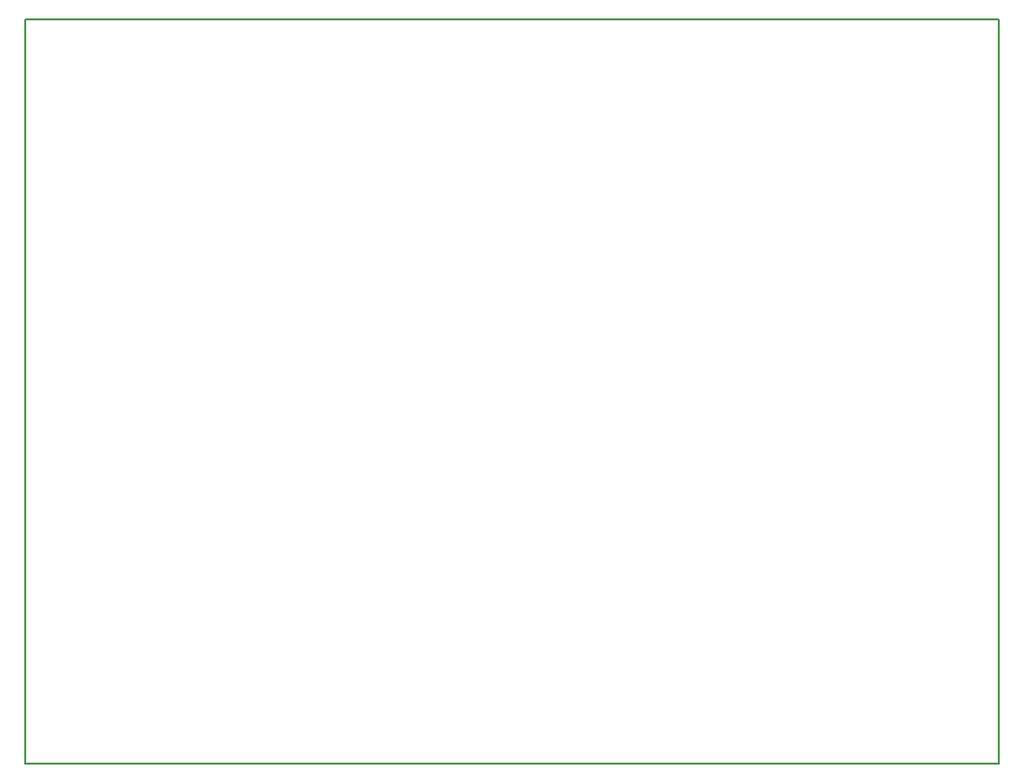
<source format=gko>
G04*
G04 #@! TF.GenerationSoftware,Altium Limited,Altium Designer,20.2.6 (244)*
G04*
G04 Layer_Color=16711935*
%FSLAX44Y44*%
%MOMM*%
G71*
G04*
G04 #@! TF.SameCoordinates,95B47CC1-6D59-4A24-9DA9-F39AA99DDD39*
G04*
G04*
G04 #@! TF.FilePolarity,Positive*
G04*
G01*
G75*
%ADD11C,0.2000*%
D11*
Y650000D01*
X850000D01*
Y0D02*
Y650000D01*
X0Y0D02*
X850000D01*
M02*

</source>
